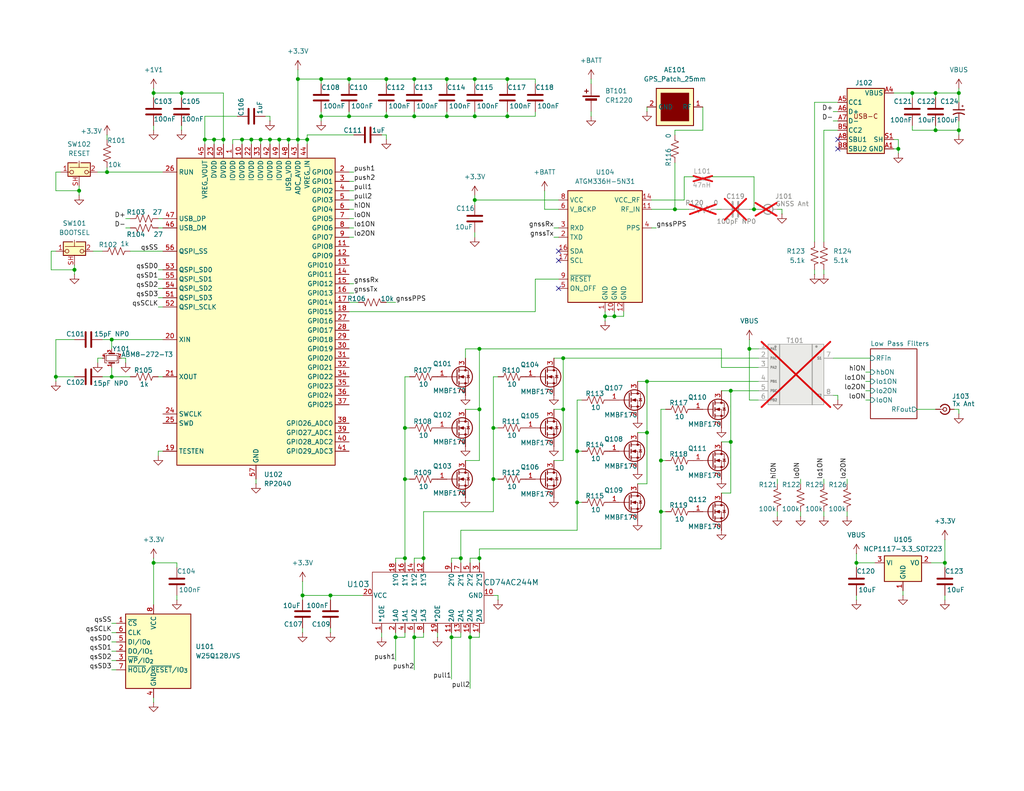
<source format=kicad_sch>
(kicad_sch (version 20250114) (generator "eeschema") (generator_version "9.0")
  (paper "USLetter")
  (title_block (title "WSPR Ease") (date "2025-11-24") (company "WB7NAB"))
  (junction (at 138.43 21.59))
  (junction (at 41.91 25.4))
  (junction (at 176.53 104.14))
  (junction (at 68.58 38.1))
  (junction (at 199.39 120.65))
  (junction (at 125.73 152.4))
  (junction (at 204.47 95.25))
  (junction (at 20.32 73.66))
  (junction (at 129.54 21.59))
  (junction (at 233.68 153.67))
  (junction (at 95.25 21.59))
  (junction (at 81.28 38.1))
  (junction (at 55.88 38.1))
  (junction (at 261.62 25.4))
  (junction (at 180.34 125.73))
  (junction (at 115.57 152.4))
  (junction (at 180.34 139.7))
  (junction (at 130.81 152.4))
  (junction (at 113.03 21.59))
  (junction (at 81.28 21.59))
  (junction (at 30.48 102.87))
  (junction (at 157.48 137.16))
  (junction (at 87.63 31.75))
  (junction (at 128.27 173.99))
  (junction (at 130.81 111.76))
  (junction (at 83.82 38.1))
  (junction (at 29.21 46.99))
  (junction (at 110.49 130.81))
  (junction (at 71.12 38.1))
  (junction (at 121.92 21.59))
  (junction (at 58.42 38.1))
  (junction (at 134.62 116.84))
  (junction (at 30.48 92.71))
  (junction (at 107.95 173.99))
  (junction (at 60.96 38.1))
  (junction (at 113.03 173.99))
  (junction (at 153.67 111.76))
  (junction (at 105.41 21.59))
  (junction (at 167.64 86.36))
  (junction (at 205.74 57.15))
  (junction (at 110.49 116.84))
  (junction (at 248.92 25.4))
  (junction (at 82.55 162.56))
  (junction (at 90.17 162.56))
  (junction (at 184.15 57.15))
  (junction (at 157.48 123.19))
  (junction (at 110.49 152.4))
  (junction (at 73.66 38.1))
  (junction (at 199.39 106.68))
  (junction (at 129.54 31.75))
  (junction (at 113.03 31.75))
  (junction (at 123.19 173.99))
  (junction (at 87.63 21.59))
  (junction (at 121.92 31.75))
  (junction (at 15.24 102.87))
  (junction (at 21.59 52.07))
  (junction (at 76.2 38.1))
  (junction (at 261.62 35.56))
  (junction (at 138.43 31.75))
  (junction (at 130.81 95.25))
  (junction (at 105.41 31.75))
  (junction (at 41.91 153.67))
  (junction (at 255.27 35.56))
  (junction (at 165.1 86.36))
  (junction (at 245.11 40.64))
  (junction (at 95.25 31.75))
  (junction (at 257.81 153.67))
  (junction (at 78.74 38.1))
  (junction (at 66.04 38.1))
  (junction (at 129.54 54.61))
  (junction (at 49.53 25.4))
  (junction (at 255.27 25.4))
  (junction (at 134.62 130.81))
  (junction (at 153.67 97.79))
  (junction (at 176.53 118.11))
  (no_connect (at 228.6 40.64))
  (no_connect (at 152.4 68.58))
  (no_connect (at 152.4 78.74))
  (no_connect (at 152.4 71.12))
  (no_connect (at 228.6 38.1))
  (wire (pts (xy 184.15 35.56) (xy 184.15 36.83)))
  (wire (pts (xy 236.22 104.14) (xy 237.49 104.14)))
  (wire (pts (xy 161.29 30.48) (xy 161.29 31.75)))
  (wire (pts (xy 138.43 31.75) (xy 146.05 31.75)))
  (wire (pts (xy 15.24 102.87) (xy 20.32 102.87)))
  (wire (pts (xy 173.99 104.14) (xy 176.53 104.14)))
  (wire (pts (xy 48.26 162.56) (xy 48.26 163.83)))
  (wire (pts (xy 218.44 130.81) (xy 218.44 132.08)))
  (wire (pts (xy 34.29 97.79) (xy 34.29 99.06)))
  (wire (pts (xy 212.09 130.81) (xy 212.09 132.08)))
  (wire (pts (xy 261.62 24.13) (xy 261.62 25.4)))
  (wire (pts (xy 113.03 21.59) (xy 121.92 21.59)))
  (wire (pts (xy 158.75 109.22) (xy 157.48 109.22)))
  (wire (pts (xy 196.85 120.65) (xy 199.39 120.65)))
  (wire (pts (xy 157.48 123.19) (xy 158.75 123.19)))
  (wire (pts (xy 224.79 73.66) (xy 224.79 74.93)))
  (wire (pts (xy 110.49 102.87) (xy 110.49 116.84)))
  (wire (pts (xy 231.14 130.81) (xy 231.14 132.08)))
  (wire (pts (xy 121.92 30.48) (xy 121.92 31.75)))
  (wire (pts (xy 73.66 38.1) (xy 73.66 39.37)))
  (wire (pts (xy 95.25 77.47) (xy 96.52 77.47)))
  (wire (pts (xy 95.25 46.99) (xy 96.52 46.99)))
  (wire (pts (xy 165.1 85.09) (xy 165.1 86.36)))
  (wire (pts (xy 261.62 111.76) (xy 261.62 113.03)))
  (wire (pts (xy 105.41 30.48) (xy 105.41 31.75)))
  (wire (pts (xy 245.11 40.64) (xy 245.11 41.91)))
  (wire (pts (xy 130.81 153.67) (xy 130.81 152.4)))
  (wire (pts (xy 199.39 106.68) (xy 199.39 120.65)))
  (wire (pts (xy 236.22 106.68) (xy 237.49 106.68)))
  (wire (pts (xy 87.63 21.59) (xy 87.63 22.86)))
  (wire (pts (xy 130.81 152.4) (xy 128.27 152.4)))
  (wire (pts (xy 250.19 111.76) (xy 255.27 111.76)))
  (wire (pts (xy 78.74 38.1) (xy 78.74 39.37)))
  (wire (pts (xy 60.96 25.4) (xy 60.96 38.1)))
  (wire (pts (xy 186.69 54.61) (xy 177.8 54.61)))
  (wire (pts (xy 173.99 118.11) (xy 176.53 118.11)))
  (wire (pts (xy 233.68 151.13) (xy 233.68 153.67)))
  (wire (pts (xy 151.13 125.73) (xy 153.67 125.73)))
  (wire (pts (xy 63.5 39.37) (xy 63.5 38.1)))
  (wire (pts (xy 43.18 123.19) (xy 44.45 123.19)))
  (wire (pts (xy 135.89 102.87) (xy 134.62 102.87)))
  (wire (pts (xy 41.91 24.13) (xy 41.91 25.4)))
  (wire (pts (xy 180.34 125.73) (xy 181.61 125.73)))
  (wire (pts (xy 30.48 95.25) (xy 30.48 92.71)))
  (wire (pts (xy 129.54 63.5) (xy 129.54 64.77)))
  (wire (pts (xy 243.84 40.64) (xy 245.11 40.64)))
  (wire (pts (xy 13.97 73.66) (xy 20.32 73.66)))
  (wire (pts (xy 180.34 149.86) (xy 130.81 149.86)))
  (wire (pts (xy 129.54 55.88) (xy 129.54 54.61)))
  (wire (pts (xy 49.53 34.29) (xy 49.53 35.56)))
  (wire (pts (xy 204.47 95.25) (xy 204.47 109.22)))
  (wire (pts (xy 76.2 38.1) (xy 76.2 39.37)))
  (wire (pts (xy 30.48 92.71) (xy 44.45 92.71)))
  (wire (pts (xy 43.18 78.74) (xy 44.45 78.74)))
  (wire (pts (xy 129.54 53.34) (xy 129.54 54.61)))
  (wire (pts (xy 82.55 158.75) (xy 82.55 162.56)))
  (wire (pts (xy 110.49 102.87) (xy 111.76 102.87)))
  (wire (pts (xy 180.34 125.73) (xy 180.34 139.7)))
  (wire (pts (xy 95.25 21.59) (xy 105.41 21.59)))
  (wire (pts (xy 157.48 123.19) (xy 157.48 137.16)))
  (wire (pts (xy 82.55 171.45) (xy 82.55 172.72)))
  (wire (pts (xy 157.48 109.22) (xy 157.48 123.19)))
  (wire (pts (xy 228.6 107.95) (xy 227.33 107.95)))
  (wire (pts (xy 205.74 57.15) (xy 207.01 57.15)))
  (wire (pts (xy 224.79 35.56) (xy 228.6 35.56)))
  (wire (pts (xy 125.73 172.72) (xy 125.73 173.99)))
  (wire (pts (xy 30.48 102.87) (xy 35.56 102.87)))
  (wire (pts (xy 227.33 30.48) (xy 228.6 30.48)))
  (wire (pts (xy 207.01 100.33) (xy 196.85 100.33)))
  (wire (pts (xy 130.81 111.76) (xy 130.81 125.73)))
  (wire (pts (xy 30.48 100.33) (xy 30.48 102.87)))
  (wire (pts (xy 105.41 21.59) (xy 105.41 22.86)))
  (wire (pts (xy 43.18 73.66) (xy 44.45 73.66)))
  (wire (pts (xy 110.49 130.81) (xy 110.49 152.4)))
  (wire (pts (xy 30.48 182.88) (xy 31.75 182.88)))
  (wire (pts (xy 227.33 33.02) (xy 228.6 33.02)))
  (wire (pts (xy 41.91 153.67) (xy 41.91 165.1)))
  (wire (pts (xy 233.68 154.94) (xy 233.68 153.67)))
  (wire (pts (xy 123.19 173.99) (xy 123.19 172.72)))
  (wire (pts (xy 26.67 97.79) (xy 26.67 99.06)))
  (wire (pts (xy 146.05 76.2) (xy 152.4 76.2)))
  (wire (pts (xy 43.18 81.28) (xy 44.45 81.28)))
  (wire (pts (xy 110.49 153.67) (xy 110.49 152.4)))
  (wire (pts (xy 212.09 139.7) (xy 212.09 140.97)))
  (wire (pts (xy 95.25 30.48) (xy 95.25 31.75)))
  (wire (pts (xy 151.13 97.79) (xy 153.67 97.79)))
  (wire (pts (xy 71.12 38.1) (xy 68.58 38.1)))
  (wire (pts (xy 212.09 57.15) (xy 213.36 57.15)))
  (wire (pts (xy 95.25 62.23) (xy 96.52 62.23)))
  (wire (pts (xy 260.35 111.76) (xy 261.62 111.76)))
  (wire (pts (xy 105.41 21.59) (xy 113.03 21.59)))
  (wire (pts (xy 134.62 139.7) (xy 115.57 139.7)))
  (wire (pts (xy 254 153.67) (xy 257.81 153.67)))
  (wire (pts (xy 184.15 44.45) (xy 184.15 57.15)))
  (wire (pts (xy 104.14 36.83) (xy 105.41 36.83)))
  (wire (pts (xy 66.04 38.1) (xy 66.04 39.37)))
  (wire (pts (xy 110.49 130.81) (xy 111.76 130.81)))
  (wire (pts (xy 113.03 31.75) (xy 121.92 31.75)))
  (wire (pts (xy 138.43 30.48) (xy 138.43 31.75)))
  (wire (pts (xy 20.32 92.71) (xy 15.24 92.71)))
  (wire (pts (xy 176.53 29.21) (xy 176.53 30.48)))
  (wire (pts (xy 207.01 104.14) (xy 176.53 104.14)))
  (wire (pts (xy 41.91 153.67) (xy 48.26 153.67)))
  (wire (pts (xy 41.91 25.4) (xy 41.91 26.67)))
  (wire (pts (xy 196.85 106.68) (xy 199.39 106.68)))
  (wire (pts (xy 167.64 85.09) (xy 167.64 86.36)))
  (wire (pts (xy 55.88 38.1) (xy 55.88 39.37)))
  (wire (pts (xy 157.48 144.78) (xy 125.73 144.78)))
  (wire (pts (xy 29.21 46.99) (xy 44.45 46.99)))
  (wire (pts (xy 135.89 162.56) (xy 134.62 162.56)))
  (wire (pts (xy 69.85 130.81) (xy 69.85 132.08)))
  (wire (pts (xy 129.54 31.75) (xy 138.43 31.75)))
  (wire (pts (xy 90.17 162.56) (xy 90.17 163.83)))
  (wire (pts (xy 177.8 57.15) (xy 184.15 57.15)))
  (wire (pts (xy 129.54 30.48) (xy 129.54 31.75)))
  (wire (pts (xy 95.25 80.01) (xy 96.52 80.01)))
  (wire (pts (xy 104.14 172.72) (xy 104.14 173.99)))
  (wire (pts (xy 191.77 35.56) (xy 191.77 29.21)))
  (wire (pts (xy 15.24 102.87) (xy 15.24 104.14)))
  (wire (pts (xy 41.91 34.29) (xy 41.91 35.56)))
  (wire (pts (xy 165.1 86.36) (xy 165.1 87.63)))
  (wire (pts (xy 95.25 31.75) (xy 105.41 31.75)))
  (wire (pts (xy 127 111.76) (xy 130.81 111.76)))
  (wire (pts (xy 161.29 21.59) (xy 161.29 22.86)))
  (wire (pts (xy 95.25 82.55) (xy 97.79 82.55)))
  (wire (pts (xy 186.69 54.61) (xy 186.69 48.26)))
  (wire (pts (xy 130.81 95.25) (xy 130.81 111.76)))
  (wire (pts (xy 15.24 92.71) (xy 15.24 102.87)))
  (wire (pts (xy 95.25 57.15) (xy 96.52 57.15)))
  (wire (pts (xy 123.19 152.4) (xy 123.19 153.67)))
  (wire (pts (xy 204.47 57.15) (xy 205.74 57.15)))
  (wire (pts (xy 78.74 38.1) (xy 81.28 38.1)))
  (wire (pts (xy 41.91 190.5) (xy 41.91 191.77)))
  (wire (pts (xy 134.62 130.81) (xy 135.89 130.81)))
  (wire (pts (xy 135.89 163.83) (xy 135.89 162.56)))
  (wire (pts (xy 30.48 170.18) (xy 31.75 170.18)))
  (wire (pts (xy 87.63 31.75) (xy 95.25 31.75)))
  (wire (pts (xy 123.19 185.42) (xy 123.19 173.99)))
  (wire (pts (xy 196.85 134.62) (xy 199.39 134.62)))
  (wire (pts (xy 87.63 31.75) (xy 87.63 33.02)))
  (wire (pts (xy 113.03 21.59) (xy 113.03 22.86)))
  (wire (pts (xy 90.17 162.56) (xy 99.06 162.56)))
  (wire (pts (xy 27.94 97.79) (xy 26.67 97.79)))
  (wire (pts (xy 194.31 48.26) (xy 205.74 48.26)))
  (wire (pts (xy 125.73 153.67) (xy 125.73 152.4)))
  (wire (pts (xy 153.67 97.79) (xy 207.01 97.79)))
  (wire (pts (xy 115.57 139.7) (xy 115.57 152.4)))
  (wire (pts (xy 115.57 153.67) (xy 115.57 152.4)))
  (wire (pts (xy 204.47 92.71) (xy 204.47 95.25)))
  (wire (pts (xy 146.05 30.48) (xy 146.05 31.75)))
  (wire (pts (xy 113.03 30.48) (xy 113.03 31.75)))
  (wire (pts (xy 255.27 35.56) (xy 248.92 35.56)))
  (wire (pts (xy 20.32 72.39) (xy 20.32 73.66)))
  (wire (pts (xy 26.67 46.99) (xy 29.21 46.99)))
  (wire (pts (xy 153.67 97.79) (xy 153.67 111.76)))
  (wire (pts (xy 261.62 27.94) (xy 261.62 25.4)))
  (wire (pts (xy 33.02 97.79) (xy 34.29 97.79)))
  (wire (pts (xy 129.54 21.59) (xy 138.43 21.59)))
  (wire (pts (xy 110.49 116.84) (xy 111.76 116.84)))
  (wire (pts (xy 71.12 38.1) (xy 71.12 39.37)))
  (wire (pts (xy 95.25 59.69) (xy 96.52 59.69)))
  (wire (pts (xy 261.62 35.56) (xy 261.62 36.83)))
  (wire (pts (xy 43.18 124.46) (xy 43.18 123.19)))
  (wire (pts (xy 146.05 21.59) (xy 146.05 22.86)))
  (wire (pts (xy 30.48 180.34) (xy 31.75 180.34)))
  (wire (pts (xy 248.92 34.29) (xy 248.92 35.56)))
  (wire (pts (xy 34.29 59.69) (xy 35.56 59.69)))
  (wire (pts (xy 157.48 137.16) (xy 157.48 144.78)))
  (wire (pts (xy 113.03 182.88) (xy 113.03 173.99)))
  (wire (pts (xy 49.53 25.4) (xy 41.91 25.4)))
  (wire (pts (xy 218.44 139.7) (xy 218.44 140.97)))
  (wire (pts (xy 261.62 33.02) (xy 261.62 35.56)))
  (wire (pts (xy 255.27 26.67) (xy 255.27 25.4)))
  (wire (pts (xy 151.13 62.23) (xy 152.4 62.23)))
  (wire (pts (xy 176.53 104.14) (xy 176.53 118.11)))
  (wire (pts (xy 207.01 109.22) (xy 204.47 109.22)))
  (wire (pts (xy 227.33 97.79) (xy 237.49 97.79)))
  (wire (pts (xy 167.64 86.36) (xy 165.1 86.36)))
  (wire (pts (xy 181.61 139.7) (xy 180.34 139.7)))
  (wire (pts (xy 105.41 36.83) (xy 105.41 38.1)))
  (wire (pts (xy 153.67 111.76) (xy 153.67 125.73)))
  (wire (pts (xy 176.53 118.11) (xy 176.53 132.08)))
  (wire (pts (xy 127 95.25) (xy 130.81 95.25)))
  (wire (pts (xy 113.03 173.99) (xy 113.03 172.72)))
  (wire (pts (xy 245.11 38.1) (xy 245.11 40.64)))
  (wire (pts (xy 107.95 152.4) (xy 107.95 153.67)))
  (wire (pts (xy 58.42 38.1) (xy 58.42 39.37)))
  (wire (pts (xy 20.32 73.66) (xy 20.32 74.93)))
  (wire (pts (xy 180.34 111.76) (xy 180.34 125.73)))
  (wire (pts (xy 170.18 86.36) (xy 167.64 86.36)))
  (wire (pts (xy 129.54 21.59) (xy 129.54 22.86)))
  (wire (pts (xy 115.57 152.4) (xy 113.03 152.4)))
  (wire (pts (xy 134.62 116.84) (xy 135.89 116.84)))
  (wire (pts (xy 130.81 149.86) (xy 130.81 152.4)))
  (wire (pts (xy 127 95.25) (xy 127 97.79)))
  (wire (pts (xy 138.43 21.59) (xy 146.05 21.59)))
  (wire (pts (xy 255.27 25.4) (xy 248.92 25.4)))
  (wire (pts (xy 64.77 31.75) (xy 55.88 31.75)))
  (wire (pts (xy 43.18 62.23) (xy 44.45 62.23)))
  (wire (pts (xy 130.81 95.25) (xy 196.85 95.25)))
  (wire (pts (xy 90.17 171.45) (xy 90.17 172.72)))
  (wire (pts (xy 248.92 25.4) (xy 248.92 26.67)))
  (wire (pts (xy 134.62 116.84) (xy 134.62 130.81)))
  (wire (pts (xy 257.81 147.32) (xy 257.81 153.67)))
  (wire (pts (xy 213.36 57.15) (xy 213.36 58.42)))
  (wire (pts (xy 27.94 92.71) (xy 30.48 92.71)))
  (wire (pts (xy 27.94 102.87) (xy 30.48 102.87)))
  (wire (pts (xy 148.59 57.15) (xy 152.4 57.15)))
  (wire (pts (xy 121.92 31.75) (xy 129.54 31.75)))
  (wire (pts (xy 83.82 36.83) (xy 83.82 38.1)))
  (wire (pts (xy 255.27 35.56) (xy 261.62 35.56)))
  (wire (pts (xy 87.63 21.59) (xy 95.25 21.59)))
  (wire (pts (xy 125.73 144.78) (xy 125.73 152.4)))
  (wire (pts (xy 157.48 137.16) (xy 158.75 137.16)))
  (wire (pts (xy 105.41 82.55) (xy 107.95 82.55)))
  (wire (pts (xy 255.27 34.29) (xy 255.27 35.56)))
  (wire (pts (xy 121.92 21.59) (xy 121.92 22.86)))
  (wire (pts (xy 95.25 21.59) (xy 95.25 22.86)))
  (wire (pts (xy 76.2 38.1) (xy 73.66 38.1)))
  (wire (pts (xy 110.49 116.84) (xy 110.49 130.81)))
  (wire (pts (xy 43.18 76.2) (xy 44.45 76.2)))
  (wire (pts (xy 186.69 48.26) (xy 189.23 48.26)))
  (wire (pts (xy 30.48 177.8) (xy 31.75 177.8)))
  (wire (pts (xy 243.84 25.4) (xy 248.92 25.4)))
  (wire (pts (xy 72.39 31.75) (xy 73.66 31.75)))
  (wire (pts (xy 95.25 52.07) (xy 96.52 52.07)))
  (wire (pts (xy 43.18 59.69) (xy 44.45 59.69)))
  (wire (pts (xy 81.28 38.1) (xy 83.82 38.1)))
  (wire (pts (xy 177.8 62.23) (xy 179.07 62.23)))
  (wire (pts (xy 41.91 152.4) (xy 41.91 153.67)))
  (wire (pts (xy 35.56 68.58) (xy 44.45 68.58)))
  (wire (pts (xy 138.43 21.59) (xy 138.43 22.86)))
  (wire (pts (xy 60.96 39.37) (xy 60.96 38.1)))
  (wire (pts (xy 130.81 172.72) (xy 130.81 173.99)))
  (wire (pts (xy 95.25 64.77) (xy 96.52 64.77)))
  (wire (pts (xy 83.82 36.83) (xy 96.52 36.83)))
  (wire (pts (xy 16.51 46.99) (xy 15.24 46.99)))
  (wire (pts (xy 76.2 38.1) (xy 78.74 38.1)))
  (wire (pts (xy 196.85 100.33) (xy 196.85 95.25)))
  (wire (pts (xy 29.21 36.83) (xy 29.21 38.1)))
  (wire (pts (xy 181.61 111.76) (xy 180.34 111.76)))
  (wire (pts (xy 55.88 31.75) (xy 55.88 38.1)))
  (wire (pts (xy 110.49 173.99) (xy 107.95 173.99)))
  (wire (pts (xy 107.95 180.34) (xy 107.95 173.99)))
  (wire (pts (xy 95.25 54.61) (xy 96.52 54.61)))
  (wire (pts (xy 43.18 102.87) (xy 44.45 102.87)))
  (wire (pts (xy 236.22 101.6) (xy 237.49 101.6)))
  (wire (pts (xy 151.13 111.76) (xy 153.67 111.76)))
  (wire (pts (xy 236.22 109.22) (xy 237.49 109.22)))
  (wire (pts (xy 148.59 52.07) (xy 148.59 57.15)))
  (wire (pts (xy 21.59 52.07) (xy 21.59 53.34)))
  (wire (pts (xy 49.53 26.67) (xy 49.53 25.4)))
  (wire (pts (xy 21.59 50.8) (xy 21.59 52.07)))
  (wire (pts (xy 224.79 35.56) (xy 224.79 66.04)))
  (wire (pts (xy 204.47 95.25) (xy 207.01 95.25)))
  (wire (pts (xy 66.04 38.1) (xy 68.58 38.1)))
  (wire (pts (xy 231.14 139.7) (xy 231.14 140.97)))
  (wire (pts (xy 81.28 38.1) (xy 81.28 39.37)))
  (wire (pts (xy 128.27 173.99) (xy 128.27 172.72)))
  (wire (pts (xy 224.79 139.7) (xy 224.79 140.97)))
  (wire (pts (xy 257.81 162.56) (xy 257.81 163.83)))
  (wire (pts (xy 243.84 38.1) (xy 245.11 38.1)))
  (wire (pts (xy 184.15 35.56) (xy 191.77 35.56)))
  (wire (pts (xy 63.5 38.1) (xy 66.04 38.1)))
  (wire (pts (xy 30.48 175.26) (xy 31.75 175.26)))
  (wire (pts (xy 119.38 172.72) (xy 119.38 173.99)))
  (wire (pts (xy 34.29 62.23) (xy 35.56 62.23)))
  (wire (pts (xy 125.73 173.99) (xy 123.19 173.99)))
  (wire (pts (xy 73.66 31.75) (xy 73.66 33.02)))
  (wire (pts (xy 222.25 73.66) (xy 222.25 74.93)))
  (wire (pts (xy 15.24 52.07) (xy 21.59 52.07)))
  (wire (pts (xy 83.82 38.1) (xy 83.82 39.37)))
  (wire (pts (xy 127 125.73) (xy 130.81 125.73)))
  (wire (pts (xy 184.15 57.15) (xy 187.96 57.15)))
  (wire (pts (xy 233.68 153.67) (xy 238.76 153.67)))
  (wire (pts (xy 199.39 106.68) (xy 207.01 106.68)))
  (wire (pts (xy 95.25 49.53) (xy 96.52 49.53)))
  (wire (pts (xy 81.28 21.59) (xy 81.28 38.1)))
  (wire (pts (xy 15.24 68.58) (xy 13.97 68.58)))
  (wire (pts (xy 257.81 153.67) (xy 257.81 154.94)))
  (wire (pts (xy 55.88 38.1) (xy 58.42 38.1)))
  (wire (pts (xy 13.97 68.58) (xy 13.97 73.66)))
  (wire (pts (xy 15.24 46.99) (xy 15.24 52.07)))
  (wire (pts (xy 180.34 139.7) (xy 180.34 149.86)))
  (wire (pts (xy 30.48 172.72) (xy 31.75 172.72)))
  (wire (pts (xy 121.92 21.59) (xy 129.54 21.59)))
  (wire (pts (xy 110.49 172.72) (xy 110.49 173.99)))
  (wire (pts (xy 151.13 64.77) (xy 152.4 64.77)))
  (wire (pts (xy 29.21 45.72) (xy 29.21 46.99)))
  (wire (pts (xy 228.6 27.94) (xy 222.25 27.94)))
  (wire (pts (xy 128.27 187.96) (xy 128.27 173.99)))
  (wire (pts (xy 81.28 21.59) (xy 87.63 21.59)))
  (wire (pts (xy 128.27 152.4) (xy 128.27 153.67)))
  (wire (pts (xy 48.26 153.67) (xy 48.26 154.94)))
  (wire (pts (xy 95.25 85.09) (xy 146.05 85.09)))
  (wire (pts (xy 105.41 31.75) (xy 113.03 31.75)))
  (wire (pts (xy 81.28 19.05) (xy 81.28 21.59)))
  (wire (pts (xy 246.38 161.29) (xy 246.38 162.56)))
  (wire (pts (xy 222.25 27.94) (xy 222.25 66.04)))
  (wire (pts (xy 73.66 38.1) (xy 71.12 38.1)))
  (wire (pts (xy 125.73 152.4) (xy 123.19 152.4)))
  (wire (pts (xy 107.95 173.99) (xy 107.95 172.72)))
  (wire (pts (xy 170.18 85.09) (xy 170.18 86.36)))
  (wire (pts (xy 115.57 173.99) (xy 113.03 173.99)))
  (wire (pts (xy 255.27 25.4) (xy 261.62 25.4)))
  (wire (pts (xy 146.05 85.09) (xy 146.05 76.2)))
  (wire (pts (xy 195.58 57.15) (xy 196.85 57.15)))
  (wire (pts (xy 115.57 172.72) (xy 115.57 173.99)))
  (wire (pts (xy 173.99 132.08) (xy 176.53 132.08)))
  (wire (pts (xy 205.74 48.26) (xy 205.74 57.15)))
  (wire (pts (xy 82.55 162.56) (xy 90.17 162.56)))
  (wire (pts (xy 134.62 130.81) (xy 134.62 139.7)))
  (wire (pts (xy 43.18 83.82) (xy 44.45 83.82)))
  (wire (pts (xy 233.68 162.56) (xy 233.68 163.83)))
  (wire (pts (xy 25.4 68.58) (xy 27.94 68.58)))
  (wire (pts (xy 129.54 54.61) (xy 152.4 54.61)))
  (wire (pts (xy 228.6 107.95) (xy 228.6 109.22)))
  (wire (pts (xy 134.62 102.87) (xy 134.62 116.84)))
  (wire (pts (xy 87.63 30.48) (xy 87.63 31.75)))
  (wire (pts (xy 113.03 152.4) (xy 113.03 153.67)))
  (wire (pts (xy 82.55 162.56) (xy 82.55 163.83)))
  (wire (pts (xy 49.53 25.4) (xy 60.96 25.4)))
  (wire (pts (xy 128.27 173.99) (xy 130.81 173.99)))
  (wire (pts (xy 110.49 152.4) (xy 107.95 152.4)))
  (wire (pts (xy 199.39 120.65) (xy 199.39 134.62)))
  (wire (pts (xy 60.96 38.1) (xy 58.42 38.1)))
  (wire (pts (xy 68.58 38.1) (xy 68.58 39.37)))
  (wire (pts (xy 224.79 130.81) (xy 224.79 132.08)))
  (label "hiON" (at 236.22 101.6 180))
  (label "qsSD3" (at 43.18 81.28 180))
  (label "lo2ON" (at 96.52 64.77 0))
  (label "gnssRx" (at 151.13 62.23 180))
  (label "gnssPPS" (at 107.95 82.55 0))
  (label "lo1ON" (at 96.52 62.23 0))
  (label "qsSS" (at 43.18 68.58 180))
  (label "gnssTx" (at 96.52 80.01 0))
  (label "qsSD0" (at 30.48 175.26 180))
  (label "loON" (at 236.22 109.22 180))
  (label "qsSD1" (at 30.48 177.8 180))
  (label "D+" (at 227.33 30.48 180))
  (label "qsSD2" (at 30.48 180.34 180))
  (label "qsSD3" (at 30.48 182.88 180))
  (label "push2" (at 96.52 49.53 0))
  (label "lo1ON" (at 236.22 104.14 180))
  (label "lo2ON" (at 231.14 130.81 90))
  (label "pull2" (at 96.52 54.61 0))
  (label "hiON" (at 212.09 130.81 90))
  (label "gnssRx" (at 96.52 77.47 0))
  (label "D+" (at 34.29 59.69 180))
  (label "loON" (at 218.44 130.81 90))
  (label "pull1" (at 123.19 185.42 180))
  (label "gnssTx" (at 151.13 64.77 180))
  (label "D-" (at 227.33 33.02 180))
  (label "gnssPPS" (at 179.07 62.23 0))
  (label "hiON" (at 96.52 57.15 0))
  (label "pull1" (at 96.52 52.07 0))
  (label "loON" (at 96.52 59.69 0))
  (label "pull2" (at 128.27 187.96 180))
  (label "qsSCLK" (at 30.48 172.72 180))
  (label "qsSCLK" (at 43.18 83.82 180))
  (label "push1" (at 96.52 46.99 0))
  (label "lo2ON" (at 236.22 106.68 180))
  (label "qsSD0" (at 43.18 73.66 180))
  (label "lo1ON" (at 224.79 130.81 90))
  (label "push2" (at 113.03 182.88 180))
  (label "push1" (at 107.95 180.34 180))
  (label "qsSS" (at 30.48 170.18 180))
  (label "qsSD1" (at 43.18 76.2 180))
  (label "D-" (at 34.29 62.23 180))
  (label "qsSD2" (at 43.18 78.74 180))
  (symbol (lib_id "power:GND") (at 218.44 140.97 0) (unit 1)
    (property "Reference" "#PWR0147" (effects (hide yes)))
    (property "Value" "GND" (effects (hide yes)))
    (property "Description" "Power symbol creates a global label with name \"GND\" , ground" (effects (hide yes)))
  )
  (symbol (lib_id "power:GND") (at 127 107.95 0) (unit 1)
    (property "Reference" "#PWR0124" (effects (hide yes)))
    (property "Value" "GND" (effects (hide yes)))
    (property "Description" "Power symbol creates a global label with name \"GND\" , ground" (effects (hide yes)))
  )
  (symbol (lib_id "power:GND") (at 151.13 135.89 0) (unit 1)
    (property "Reference" "#PWR0133" (effects (hide yes)))
    (property "Value" "GND" (effects (hide yes)))
    (property "Description" "Power symbol creates a global label with name \"GND\" , ground" (effects (hide yes)))
  )
  (symbol (lib_id "power:GND") (at 73.66 33.02 0) (unit 1)
    (property "Reference" "#PWR0115" (effects (hide yes)))
    (property "Value" "GND" (effects (hide yes)))
    (property "Description" "Power symbol creates a global label with name \"GND\" , ground" (effects (hide yes)))
  )
  (symbol (lib_id "power:GND") (at 34.29 99.06 0) (unit 1)
    (property "Reference" "#PWR0106" (effects (hide yes)))
    (property "Value" "GND" (effects (hide yes)))
    (property "Description" "Power symbol creates a global label with name \"GND\" , ground" (effects (hide yes)))
  )
  (symbol (lib_id "Transistor_FET:BS170F") (at 124.46 102.87 0) (unit 1)
    (property "Reference" "Q101" (at 118.11 99.314 0) (effects (justify left)))
    (property "Value" "MMBF170" (at 118.11 106.68 0) (effects (justify left)))
    (property "Footprint" "Package_TO_SOT_SMD:SOT-23" (effects (hide yes)))
    (property "Datasheet" "http://www.diodes.com/assets/Datasheets/BS170F.pdf" (effects (hide yes)))
    (property "Description" "0.15A Id, 60V Vds, N-Channel MOSFET, SOT-23" (effects (hide yes)))
  )
  (symbol (lib_id "Device:R_US") (at 139.7 130.81 90) (unit 1)
    (property "Reference" "R112" (at 139.446 129.032 90))
    (property "Value" "10" (at 139.7 132.842 90))
    (property "Footprint" "Resistor_SMD:R_0603_1608Metric" (effects (hide yes)))
    (property "Description" "Resistor, US symbol" (effects (hide yes)))
  )
  (symbol (lib_id "power:GND") (at 245.11 41.91 0) (unit 1)
    (property "Reference" "#PWR0155" (effects (hide yes)))
    (property "Value" "GND" (effects (hide yes)))
    (property "Description" "Power symbol creates a global label with name \"GND\" , ground" (effects (hide yes)))
  )
  (symbol (lib_id "power:GND") (at 257.81 163.83 0) (unit 1)
    (property "Reference" "#PWR0158" (effects (hide yes)))
    (property "Value" "GND" (effects (hide yes)))
    (property "Description" "Power symbol creates a global label with name \"GND\" , ground" (effects (hide yes)))
  )
  (symbol (lib_id "Device:R_US") (at 139.7 116.84 90) (unit 1)
    (property "Reference" "R111" (at 139.446 115.062 90))
    (property "Value" "10" (at 139.7 118.872 90))
    (property "Footprint" "Resistor_SMD:R_0603_1608Metric" (effects (hide yes)))
    (property "Description" "Resistor, US symbol" (effects (hide yes)))
  )
  (symbol (lib_id "power:GND") (at 135.89 163.83 0) (unit 1)
    (property "Reference" "#PWR0129" (effects (hide yes)))
    (property "Value" "GND" (effects (hide yes)))
    (property "Description" "Power symbol creates a global label with name \"GND\" , ground" (effects (hide yes)))
  )
  (symbol (lib_id "Device:R_US") (at 115.57 116.84 90) (unit 1)
    (property "Reference" "R108" (at 115.316 115.062 90))
    (property "Value" "10" (at 115.57 118.872 90))
    (property "Footprint" "Resistor_SMD:R_0603_1608Metric" (effects (hide yes)))
    (property "Description" "Resistor, US symbol" (effects (hide yes)))
  )
  (symbol (lib_id "Device:C") (at 90.17 167.64 180) (unit 1)
    (property "Reference" "C109" (at 90.17 170.434 0) (effects (justify left)))
    (property "Value" "100nF" (at 89.662 165.354 0) (effects (justify left)))
    (property "Footprint" "Capacitor_SMD:C_0603_1608Metric" (effects (hide yes)))
    (property "Description" "Unpolarized capacitor" (effects (hide yes)))
  )
  (symbol (lib_id "power:GND") (at 228.6 109.22 0) (unit 1)
    (property "Reference" "#PWR0151" (effects (hide yes)))
    (property "Value" "GND" (effects (hide yes)))
    (property "Description" "Power symbol creates a global label with name \"GND\" , ground" (effects (hide yes)))
  )
  (symbol (lib_id "power:GND") (at 213.36 58.42 0) (unit 1)
    (property "Reference" "#PWR0146" (effects (hide yes)))
    (property "Value" "GND" (effects (hide yes)))
    (property "Description" "Power symbol creates a global label with name \"GND\" , ground" (effects (hide yes)))
  )
  (symbol (lib_id "Switch:CK_KMS2xxG") (at 21.59 46.99 0) (unit 1)
    (property "Reference" "SW102" (at 21.59 39.37 0))
    (property "Value" "RESET" (at 21.59 41.91 0))
    (property "Footprint" "Button_Switch_SMD:SW_SPST_CK_KMS2xxGP" (effects (hide yes)))
    (property "Datasheet" "https://www.ckswitches.com/media/1482/kms.pdf" (effects (hide yes)))
    (property "Description" "Microminiature SMT Side Actuated, 4.2 x 2.8 x 1.42mm, without pegs, with shield pin" (effects (hide yes)))
  )
  (symbol (lib_id "power:GND") (at 82.55 172.72 0) (unit 1)
    (property "Reference" "#PWR0118" (effects (hide yes)))
    (property "Value" "GND" (effects (hide yes)))
    (property "Description" "Power symbol creates a global label with name \"GND\" , ground" (effects (hide yes)))
  )
  (symbol (lib_id "power:GND") (at 224.79 140.97 0) (unit 1)
    (property "Reference" "#PWR0150" (effects (hide yes)))
    (property "Value" "GND" (effects (hide yes)))
    (property "Description" "Power symbol creates a global label with name \"GND\" , ground" (effects (hide yes)))
  )
  (symbol (lib_id "Device:C") (at 248.92 30.48 0) (mirror y) (unit 1)
    (property "Reference" "C121" (at 248.92 27.686 0) (effects (justify left)))
    (property "Value" "100nF" (at 248.92 32.766 0) (effects (justify left)))
    (property "Footprint" "Capacitor_SMD:C_0603_1608Metric" (effects (hide yes)))
    (property "Description" "Unpolarized capacitor" (effects (hide yes)))
  )
  (symbol (lib_id "Transistor_FET:BS170F") (at 124.46 130.81 0) (unit 1)
    (property "Reference" "Q103" (at 118.11 127.254 0) (effects (justify left)))
    (property "Value" "MMBF170" (at 118.11 134.62 0) (effects (justify left)))
    (property "Footprint" "Package_TO_SOT_SMD:SOT-23" (effects (hide yes)))
    (property "Datasheet" "http://www.diodes.com/assets/Datasheets/BS170F.pdf" (effects (hide yes)))
    (property "Description" "0.15A Id, 60V Vds, N-Channel MOSFET, SOT-23" (effects (hide yes)))
  )
  (symbol (lib_id "Device:R_US") (at 39.37 62.23 90) (mirror x) (unit 1)
    (property "Reference" "R104" (at 37.084 64.008 90))
    (property "Value" "27" (at 43.18 64.008 90))
    (property "Footprint" "Resistor_SMD:R_0603_1608Metric" (effects (hide yes)))
    (property "Description" "Resistor, US symbol" (effects (hide yes)))
  )
  (symbol (lib_id "power:+3.3V") (at 29.21 36.83 0) (unit 1)
    (property "Reference" "#PWR0105" (effects (hide yes)))
    (property "Value" "+3.3V" (at 24.892 35.814 0))
    (property "Description" "Power symbol creates a global label with name \"+3.3V\"" (effects (hide yes)))
  )
  (symbol (lib_id "Device:C") (at 200.66 57.15 90) (unit 1) (dnp yes)
    (property "Reference" "C119" (at 200.66 53.594 90))
    (property "Value" "100pF NP0" (at 200.914 60.452 90))
    (property "Footprint" "Capacitor_SMD:C_0603_1608Metric" (effects (hide yes)))
    (property "Description" "Unpolarized capacitor" (effects (hide yes)))
  )
  (symbol (lib_id "Device:C") (at 146.05 26.67 0) (unit 1)
    (property "Reference" "C118" (at 146.05 23.876 0) (effects (justify left)))
    (property "Value" "100nF" (at 146.558 28.956 0) (effects (justify left)))
    (property "Footprint" "Capacitor_SMD:C_0603_1608Metric" (effects (hide yes)))
    (property "Description" "Unpolarized capacitor" (effects (hide yes)))
  )
  (symbol (lib_id "power:GND") (at 119.38 173.99 0) (unit 1)
    (property "Reference" "#PWR0123" (effects (hide yes)))
    (property "Value" "GND" (effects (hide yes)))
    (property "Description" "Power symbol creates a global label with name \"GND\" , ground" (effects (hide yes)))
  )
  (symbol (lib_id "Transistor_FET:BS170F") (at 171.45 123.19 0) (unit 1)
    (property "Reference" "Q108" (at 164.846 119.888 0) (effects (justify left)))
    (property "Value" "MMBF170" (at 164.846 127.254 0) (effects (justify left)))
    (property "Footprint" "Package_TO_SOT_SMD:SOT-23" (effects (hide yes)))
    (property "Datasheet" "http://www.diodes.com/assets/Datasheets/BS170F.pdf" (effects (hide yes)))
    (property "Description" "0.15A Id, 60V Vds, N-Channel MOSFET, SOT-23" (effects (hide yes)))
  )
  (symbol (lib_id "Device:Battery_Cell") (at 161.29 27.94 0) (mirror y) (unit 1)
    (property "Reference" "BT101" (at 165.1 24.8284 0) (effects (justify right)))
    (property "Value" "CR1220" (at 165.1 27.3684 0) (effects (justify right)))
    (property "Footprint" "Battery:Battery_Panasonic_CR1220-VCN_Vertical_CircularHoles" (effects (hide yes)))
    (property "Description" "Single-cell battery" (effects (hide yes)))
  )
  (symbol (lib_id "power:GND") (at 127 135.89 0) (unit 1)
    (property "Reference" "#PWR0126" (effects (hide yes)))
    (property "Value" "GND" (effects (hide yes)))
    (property "Description" "Power symbol creates a global label with name \"GND\" , ground" (effects (hide yes)))
  )
  (symbol (lib_id "power:GND") (at 196.85 116.84 0) (unit 1)
    (property "Reference" "#PWR0141" (effects (hide yes)))
    (property "Value" "GND" (effects (hide yes)))
    (property "Description" "Power symbol creates a global label with name \"GND\" , ground" (effects (hide yes)))
  )
  (symbol (lib_id "Library:USB_C_Receptacle_HRO_16P_Stacked") (at 236.22 33.02 0) (mirror y) (unit 1)
    (property "Reference" "J102" (at 235.712 22.606 0))
    (property "Value" "USB_C_16P_Stacked" (effects (hide yes)))
    (property "Footprint" "Library:HRO-TYPE-C-31-M-12" (effects (hide yes)))
    (property "Datasheet" "https://www.usb.org/sites/default/files/documents/usb_type-c.zip" (effects (hide yes)))
    (property "Description" "USB 2.0-only 16P Type-C Receptacle connector" (effects (hide yes)))
    (property "MFG" "Korean Hroparts" (effects (hide yes)))
    (property "MPN" "TYPE-C-31-M-12" (effects (hide yes)))
  )
  (symbol (lib_id "Device:R_US") (at 39.37 102.87 90) (unit 1)
    (property "Reference" "R105" (at 39.116 101.092 90))
    (property "Value" "1k" (at 39.37 104.902 90))
    (property "Footprint" "Resistor_SMD:R_0603_1608Metric" (effects (hide yes)))
    (property "Description" "Resistor, US symbol" (effects (hide yes)))
  )
  (symbol (lib_id "power:GND") (at 20.32 74.93 0) (unit 1)
    (property "Reference" "#PWR0102" (effects (hide yes)))
    (property "Value" "GND" (effects (hide yes)))
    (property "Description" "Power symbol creates a global label with name \"GND\" , ground" (effects (hide yes)))
  )
  (symbol (lib_id "power:GND") (at 231.14 140.97 0) (unit 1)
    (property "Reference" "#PWR0152" (effects (hide yes)))
    (property "Value" "GND" (effects (hide yes)))
    (property "Description" "Power symbol creates a global label with name \"GND\" , ground" (effects (hide yes)))
  )
  (symbol (lib_id "power:+3.3V") (at 82.55 158.75 0) (unit 1)
    (property "Reference" "#PWR0117" (effects (hide yes)))
    (property "Value" "+3.3V" (at 82.55 153.67 0))
    (property "Description" "Power symbol creates a global label with name \"+3.3V\"" (effects (hide yes)))
  )
  (symbol (lib_id "Library:ATGM336H-5N31") (at 165.1 66.04 0) (unit 1)
    (property "Reference" "U104" (at 165.1 46.99 0))
    (property "Value" "ATGM336H-5N31" (at 165.1 49.53 0))
    (property "Footprint" "RF_GPS:ublox_MAX" (effects (hide yes)))
    (property "Description" "GNSS Module" (effects (hide yes)))
    (property "MPN" "ATGM336H-5N31" (effects (hide yes)))
  )
  (symbol (lib_id "power:+1V1") (at 41.91 24.13 0) (unit 1)
    (property "Reference" "#PWR0107" (effects (hide yes)))
    (property "Value" "+1V1" (at 41.91 19.05 0))
    (property "Description" "Power symbol creates a global label with name \"+1V1\"" (effects (hide yes)))
  )
  (symbol (lib_id "power:GND") (at 212.09 140.97 0) (unit 1)
    (property "Reference" "#PWR0145" (effects (hide yes)))
    (property "Value" "GND" (effects (hide yes)))
    (property "Description" "Power symbol creates a global label with name \"GND\" , ground" (effects (hide yes)))
  )
  (symbol (lib_id "Device:C") (at 87.63 26.67 0) (unit 1)
    (property "Reference" "C108" (at 87.63 23.876 0) (effects (justify left)))
    (property "Value" "100nF" (at 88.138 28.956 0) (effects (justify left)))
    (property "Footprint" "Capacitor_SMD:C_0603_1608Metric" (effects (hide yes)))
    (property "Description" "Unpolarized capacitor" (effects (hide yes)))
  )
  (symbol (lib_id "Device:C") (at 48.26 158.75 0) (unit 1)
    (property "Reference" "C104" (at 48.26 155.956 0) (effects (justify left)))
    (property "Value" "100nF" (at 48.768 161.036 0) (effects (justify left)))
    (property "Footprint" "Capacitor_SMD:C_0603_1608Metric" (effects (hide yes)))
    (property "Description" "Unpolarized capacitor" (effects (hide yes)))
  )
  (symbol (lib_id "power:GND") (at 26.67 99.06 0) (unit 1)
    (property "Reference" "#PWR0104" (effects (hide yes)))
    (property "Value" "GND" (effects (hide yes)))
    (property "Description" "Power symbol creates a global label with name \"GND\" , ground" (effects (hide yes)))
  )
  (symbol (lib_id "Device:C") (at 24.13 102.87 90) (mirror x) (unit 1)
    (property "Reference" "C102" (at 20.574 104.394 90))
    (property "Value" "15pF NP0" (at 30.226 104.648 90))
    (property "Footprint" "Capacitor_SMD:C_0603_1608Metric" (effects (hide yes)))
    (property "Description" "Unpolarized capacitor" (effects (hide yes)))
  )
  (symbol (lib_id "power:GND") (at 104.14 173.99 0) (unit 1)
    (property "Reference" "#PWR0121" (effects (hide yes)))
    (property "Value" "GND" (effects (hide yes)))
    (property "Description" "Power symbol creates a global label with name \"GND\" , ground" (effects (hide yes)))
  )
  (symbol (lib_id "Device:R_US") (at 101.6 82.55 90) (mirror x) (unit 1)
    (property "Reference" "R106" (at 97.282 81.534 90))
    (property "Value" "10k" (at 105.664 81.534 90))
    (property "Footprint" "Resistor_SMD:R_0603_1608Metric" (effects (hide yes)))
    (property "Description" "Resistor, US symbol" (effects (hide yes)))
  )
  (symbol (lib_id "Device:R_US") (at 224.79 135.89 0) (mirror y) (unit 1)
    (property "Reference" "R125" (at 224.79 132.334 0) (effects (justify left)))
    (property "Value" "100k" (at 224.536 138.938 0) (effects (justify left)))
    (property "Footprint" "Resistor_SMD:R_0603_1608Metric" (effects (hide yes)))
    (property "Description" "Resistor, US symbol" (effects (hide yes)))
  )
  (symbol (lib_id "Transistor_FET:BS170F") (at 194.31 111.76 0) (unit 1)
    (property "Reference" "Q110" (at 187.706 108.458 0) (effects (justify left)))
    (property "Value" "MMBF170" (at 187.706 115.824 0) (effects (justify left)))
    (property "Footprint" "Package_TO_SOT_SMD:SOT-23" (effects (hide yes)))
    (property "Datasheet" "http://www.diodes.com/assets/Datasheets/BS170F.pdf" (effects (hide yes)))
    (property "Description" "0.15A Id, 60V Vds, N-Channel MOSFET, SOT-23" (effects (hide yes)))
  )
  (symbol (lib_id "Device:R_US") (at 212.09 135.89 0) (mirror y) (unit 1)
    (property "Reference" "R121" (at 212.09 132.334 0) (effects (justify left)))
    (property "Value" "100k" (at 211.836 138.938 0) (effects (justify left)))
    (property "Footprint" "Resistor_SMD:R_0603_1608Metric" (effects (hide yes)))
    (property "Description" "Resistor, US symbol" (effects (hide yes)))
  )
  (symbol (lib_id "power:GND") (at 196.85 130.81 0) (unit 1)
    (property "Reference" "#PWR0142" (effects (hide yes)))
    (property "Value" "GND" (effects (hide yes)))
    (property "Description" "Power symbol creates a global label with name \"GND\" , ground" (effects (hide yes)))
  )
  (symbol (lib_id "power:GND") (at 222.25 74.93 0) (unit 1)
    (property "Reference" "#PWR0148" (effects (hide yes)))
    (property "Value" "GND" (effects (hide yes)))
    (property "Description" "Power symbol creates a global label with name \"GND\" , ground" (effects (hide yes)))
  )
  (symbol (lib_id "power:+BATT") (at 148.59 52.07 0) (unit 1)
    (property "Reference" "#PWR0130" (effects (hide yes)))
    (property "Value" "+BATT" (at 148.59 46.99 0))
    (property "Description" "Power symbol creates a global label with name \"+BATT\"" (effects (hide yes)))
  )
  (symbol (lib_id "Device:C") (at 138.43 26.67 0) (unit 1)
    (property "Reference" "C117" (at 138.43 23.876 0) (effects (justify left)))
    (property "Value" "100nF" (at 138.938 28.956 0) (effects (justify left)))
    (property "Footprint" "Capacitor_SMD:C_0603_1608Metric" (effects (hide yes)))
    (property "Description" "Unpolarized capacitor" (effects (hide yes)))
  )
  (symbol (lib_id "Device:R_US") (at 185.42 111.76 90) (unit 1)
    (property "Reference" "R117" (at 185.166 109.982 90))
    (property "Value" "10" (at 185.42 113.792 90))
    (property "Footprint" "Resistor_SMD:R_0603_1608Metric" (effects (hide yes)))
    (property "Description" "Resistor, US symbol" (effects (hide yes)))
  )
  (symbol (lib_id "Transistor_FET:BS170F") (at 148.59 116.84 0) (unit 1)
    (property "Reference" "Q105" (at 141.986 113.538 0) (effects (justify left)))
    (property "Value" "MMBF170" (at 141.986 120.904 0) (effects (justify left)))
    (property "Footprint" "Package_TO_SOT_SMD:SOT-23" (effects (hide yes)))
    (property "Datasheet" "http://www.diodes.com/assets/Datasheets/BS170F.pdf" (effects (hide yes)))
    (property "Description" "0.15A Id, 60V Vds, N-Channel MOSFET, SOT-23" (effects (hide yes)))
  )
  (symbol (lib_id "power:GND") (at 151.13 121.92 0) (unit 1)
    (property "Reference" "#PWR0132" (effects (hide yes)))
    (property "Value" "GND" (effects (hide yes)))
    (property "Description" "Power symbol creates a global label with name \"GND\" , ground" (effects (hide yes)))
  )
  (symbol (lib_id "Connector:Conn_Coaxial_Small") (at 209.55 57.15 0) (unit 1) (dnp yes)
    (property "Reference" "J101" (at 213.868 53.594 0))
    (property "Value" "GNSS Ant" (at 216.154 55.626 0))
    (property "Footprint" "Connector_Coaxial:SMA_BAT_Wireless_BWSMA-KWE-Z001" (effects (hide yes)))
    (property "Description" "small coaxial connector (BNC, SMA, SMB, SMC, Cinch/RCA, LEMO, ...)" (effects (hide yes)))
  )
  (symbol (lib_id "Device:R_US") (at 39.37 59.69 90) (unit 1)
    (property "Reference" "R103" (at 37.084 57.912 90))
    (property "Value" "27" (at 42.926 57.912 90))
    (property "Footprint" "Resistor_SMD:R_0603_1608Metric" (effects (hide yes)))
    (property "Description" "Resistor, US symbol" (effects (hide yes)))
  )
  (symbol (lib_id "Transistor_FET:BS170F") (at 194.31 125.73 0) (unit 1)
    (property "Reference" "Q111" (at 187.706 122.428 0) (effects (justify left)))
    (property "Value" "MMBF170" (at 187.706 129.794 0) (effects (justify left)))
    (property "Footprint" "Package_TO_SOT_SMD:SOT-23" (effects (hide yes)))
    (property "Datasheet" "http://www.diodes.com/assets/Datasheets/BS170F.pdf" (effects (hide yes)))
    (property "Description" "0.15A Id, 60V Vds, N-Channel MOSFET, SOT-23" (effects (hide yes)))
  )
  (symbol (lib_id "Device:C") (at 105.41 26.67 0) (unit 1)
    (property "Reference" "C112" (at 105.41 23.876 0) (effects (justify left)))
    (property "Value" "100nF" (at 105.918 28.956 0) (effects (justify left)))
    (property "Footprint" "Capacitor_SMD:C_0603_1608Metric" (effects (hide yes)))
    (property "Description" "Unpolarized capacitor" (effects (hide yes)))
  )
  (symbol (lib_id "power:GND") (at 165.1 87.63 0) (unit 1)
    (property "Reference" "#PWR0136" (effects (hide yes)))
    (property "Value" "GND" (effects (hide yes)))
    (property "Description" "Power symbol creates a global label with name \"GND\" , ground" (effects (hide yes)))
  )
  (symbol (lib_id "power:VBUS") (at 233.68 151.13 0) (unit 1)
    (property "Reference" "#PWR0153" (effects (hide yes)))
    (property "Value" "VBUS" (at 233.68 146.05 0))
    (property "Description" "Power symbol creates a global label with name \"VBUS\"" (effects (hide yes)))
  )
  (symbol (lib_id "power:GND") (at 261.62 36.83 0) (mirror y) (unit 1)
    (property "Reference" "#PWR0160" (effects (hide yes)))
    (property "Value" "GND" (effects (hide yes)))
    (property "Description" "Power symbol creates a global label with name \"GND\" , ground" (effects (hide yes)))
  )
  (symbol (lib_id "Device:R_US") (at 191.77 57.15 90) (unit 1) (dnp yes)
    (property "Reference" "R120" (at 189.484 55.372 90))
    (property "Value" "0" (at 195.326 55.372 90))
    (property "Footprint" "Resistor_SMD:R_0603_1608Metric" (effects (hide yes)))
    (property "Description" "Resistor, US symbol" (effects (hide yes)))
  )
  (symbol (lib_id "power:GND") (at 173.99 142.24 0) (unit 1)
    (property "Reference" "#PWR0139" (effects (hide yes)))
    (property "Value" "GND" (effects (hide yes)))
    (property "Description" "Power symbol creates a global label with name \"GND\" , ground" (effects (hide yes)))
  )
  (symbol (lib_id "power:GND") (at 129.54 64.77 0) (unit 1)
    (property "Reference" "#PWR0128" (effects (hide yes)))
    (property "Value" "GND" (effects (hide yes)))
    (property "Description" "Power symbol creates a global label with name \"GND\" , ground" (effects (hide yes)))
  )
  (symbol (lib_id "power:GND") (at 90.17 172.72 0) (unit 1)
    (property "Reference" "#PWR0120" (effects (hide yes)))
    (property "Value" "GND" (effects (hide yes)))
    (property "Description" "Power symbol creates a global label with name \"GND\" , ground" (effects (hide yes)))
  )
  (symbol (lib_id "power:GND") (at 127 121.92 0) (unit 1)
    (property "Reference" "#PWR0125" (effects (hide yes)))
    (property "Value" "GND" (effects (hide yes)))
    (property "Description" "Power symbol creates a global label with name \"GND\" , ground" (effects (hide yes)))
  )
  (symbol (lib_id "Device:C") (at 24.13 92.71 90) (unit 1)
    (property "Reference" "C101" (at 20.574 91.186 90))
    (property "Value" "15pF NP0" (at 30.48 91.186 90))
    (property "Footprint" "Capacitor_SMD:C_0603_1608Metric" (effects (hide yes)))
    (property "Description" "Unpolarized capacitor" (effects (hide yes)))
  )
  (symbol (lib_id "power:VBUS") (at 261.62 24.13 0) (mirror y) (unit 1)
    (property "Reference" "#PWR0159" (effects (hide yes)))
    (property "Value" "VBUS" (at 261.62 19.05 0))
    (property "Description" "Power symbol creates a global label with name \"VBUS\"" (effects (hide yes)))
  )
  (symbol (lib_id "power:GND") (at 49.53 35.56 0) (unit 1)
    (property "Reference" "#PWR0113" (effects (hide yes)))
    (property "Value" "GND" (effects (hide yes)))
    (property "Description" "Power symbol creates a global label with name \"GND\" , ground" (effects (hide yes)))
  )
  (symbol (lib_id "power:VBUS") (at 204.47 92.71 0) (unit 1)
    (property "Reference" "#PWR0144" (effects (hide yes)))
    (property "Value" "VBUS" (at 204.47 87.63 0))
    (property "Description" "Power symbol creates a global label with name \"VBUS\"" (effects (hide yes)))
  )
  (symbol (lib_id "power:GND") (at 246.38 162.56 0) (unit 1)
    (property "Reference" "#PWR0156" (effects (hide yes)))
    (property "Value" "GND" (effects (hide yes)))
    (property "Description" "Power symbol creates a global label with name \"GND\" , ground" (effects (hide yes)))
  )
  (symbol (lib_id "Device:R_US") (at 185.42 125.73 90) (unit 1)
    (property "Reference" "R118" (at 185.166 123.952 90))
    (property "Value" "10" (at 185.42 127.762 90))
    (property "Footprint" "Resistor_SMD:R_0603_1608Metric" (effects (hide yes)))
    (property "Description" "Resistor, US symbol" (effects (hide yes)))
  )
  (symbol (lib_id "power:GND") (at 87.63 33.02 0) (unit 1)
    (property "Reference" "#PWR0119" (effects (hide yes)))
    (property "Value" "GND" (effects (hide yes)))
    (property "Description" "Power symbol creates a global label with name \"GND\" , ground" (effects (hide yes)))
  )
  (symbol (lib_id "Device:C") (at 257.81 158.75 0) (unit 1)
    (property "Reference" "C123" (at 257.81 155.956 0) (effects (justify left)))
    (property "Value" "10uF" (at 258.318 161.036 0) (effects (justify left)))
    (property "Footprint" "Capacitor_SMD:C_0805_2012Metric" (effects (hide yes)))
    (property "Description" "Unpolarized capacitor" (effects (hide yes)))
  )
  (symbol (lib_id "Device:R_US") (at 115.57 102.87 90) (unit 1)
    (property "Reference" "R107" (at 115.316 101.092 90))
    (property "Value" "10" (at 115.57 104.902 90))
    (property "Footprint" "Resistor_SMD:R_0603_1608Metric" (effects (hide yes)))
    (property "Description" "Resistor, US symbol" (effects (hide yes)))
  )
  (symbol (lib_id "power:GND") (at 261.62 113.03 0) (unit 1)
    (property "Reference" "#PWR0161" (effects (hide yes)))
    (property "Value" "GND" (effects (hide yes)))
    (property "Description" "Power symbol creates a global label with name \"GND\" , ground" (effects (hide yes)))
  )
  (symbol (lib_id "Library:Transformer_BN43_202_DualTap") (at 217.17 100.33 0) (unit 1) (dnp yes)
    (property "Reference" "T101" (at 216.916 92.964 0))
    (property "Value" "BN-43-202_DualPri_CTSec" (effects (hide yes)))
    (property "Footprint" "Library:bn-43-202-horizontal" (effects (hide yes)))
    (property "Description" "BN-43-202 mix 43. A and B primaries 4t (center tap at 2t) #26AWG. Secondary 4t #26AWG" (effects (hide yes)))
  )
  (symbol (lib_id "Transistor_FET:BS170F") (at 171.45 137.16 0) (unit 1)
    (property "Reference" "Q109" (at 164.846 133.858 0) (effects (justify left)))
    (property "Value" "MMBF170" (at 164.846 141.224 0) (effects (justify left)))
    (property "Footprint" "Package_TO_SOT_SMD:SOT-23" (effects (hide yes)))
    (property "Datasheet" "http://www.diodes.com/assets/Datasheets/BS170F.pdf" (effects (hide yes)))
    (property "Description" "0.15A Id, 60V Vds, N-Channel MOSFET, SOT-23" (effects (hide yes)))
  )
  (symbol (lib_id "Transistor_FET:BS170F") (at 124.46 116.84 0) (unit 1)
    (property "Reference" "Q102" (at 118.11 113.284 0) (effects (justify left)))
    (property "Value" "MMBF170" (at 118.11 120.65 0) (effects (justify left)))
    (property "Footprint" "Package_TO_SOT_SMD:SOT-23" (effects (hide yes)))
    (property "Datasheet" "http://www.diodes.com/assets/Datasheets/BS170F.pdf" (effects (hide yes)))
    (property "Description" "0.15A Id, 60V Vds, N-Channel MOSFET, SOT-23" (effects (hide yes)))
  )
  (symbol (lib_id "Device:L_Ferrite_Small") (at 191.77 48.26 90) (mirror x) (unit 1) (dnp yes)
    (property "Reference" "L101" (at 194.056 46.736 90) (effects (justify left)))
    (property "Value" "47nH" (at 194.056 50.546 90) (effects (justify left)))
    (property "Footprint" "Inductor_SMD:L_0603_1608Metric" (effects (hide yes)))
    (property "Description" "Inductor with ferrite core, small symbol" (effects (hide yes)))
  )
  (symbol (lib_id "Regulator_Linear:NCP1117-3.3_SOT223") (at 246.38 153.67 0) (unit 1)
    (property "Reference" "U105" (at 246.38 147.32 0))
    (property "Value" "NCP1117-3.3_SOT223" (at 246.38 149.86 0))
    (property "Footprint" "Package_TO_SOT_SMD:SOT-223-3_TabPin2" (effects (hide yes)))
    (property "Datasheet" "http://www.onsemi.com/pub_link/Collateral/NCP1117-D.PDF" (effects (hide yes)))
    (property "Description" "1A Low drop-out regulator, Fixed Output 3.3V, SOT-223" (effects (hide yes)))
  )
  (symbol (lib_id "power:GND") (at 176.53 30.48 0) (unit 1)
    (property "Reference" "#PWR0140" (effects (hide yes)))
    (property "Value" "GND" (effects (hide yes)))
    (property "Description" "Power symbol creates a global label with name \"GND\" , ground" (effects (hide yes)))
  )
  (symbol (lib_id "Device:C") (at 41.91 30.48 0) (unit 1)
    (property "Reference" "C103" (at 41.91 27.686 0) (effects (justify left)))
    (property "Value" "100nF" (at 41.91 32.512 0) (effects (justify left)))
    (property "Footprint" "Capacitor_SMD:C_0603_1608Metric" (effects (hide yes)))
    (property "Description" "Unpolarized capacitor" (effects (hide yes)))
  )
  (symbol (lib_id "power:GND") (at 15.24 104.14 0) (unit 1)
    (property "Reference" "#PWR0101" (effects (hide yes)))
    (property "Value" "GND" (effects (hide yes)))
    (property "Description" "Power symbol creates a global label with name \"GND\" , ground" (effects (hide yes)))
  )
  (symbol (lib_id "Device:R_US") (at 218.44 135.89 0) (mirror y) (unit 1)
    (property "Reference" "R122" (at 218.44 132.334 0) (effects (justify left)))
    (property "Value" "100k" (at 218.186 138.938 0) (effects (justify left)))
    (property "Footprint" "Resistor_SMD:R_0603_1608Metric" (effects (hide yes)))
    (property "Description" "Resistor, US symbol" (effects (hide yes)))
  )
  (symbol (lib_id "power:GND") (at 196.85 144.78 0) (unit 1)
    (property "Reference" "#PWR0143" (effects (hide yes)))
    (property "Value" "GND" (effects (hide yes)))
    (property "Description" "Power symbol creates a global label with name \"GND\" , ground" (effects (hide yes)))
  )
  (symbol (lib_id "Device:C") (at 100.33 36.83 90) (unit 1)
    (property "Reference" "C111" (at 98.806 35.56 90) (effects (justify left)))
    (property "Value" "1uF" (at 105.156 35.56 90) (effects (justify left)))
    (property "Footprint" "Capacitor_SMD:C_0603_1608Metric" (effects (hide yes)))
    (property "Description" "Unpolarized capacitor" (effects (hide yes)))
  )
  (symbol (lib_id "power:GND") (at 224.79 74.93 0) (unit 1)
    (property "Reference" "#PWR0149" (effects (hide yes)))
    (property "Value" "GND" (effects (hide yes)))
    (property "Description" "Power symbol creates a global label with name \"GND\" , ground" (effects (hide yes)))
  )
  (symbol (lib_id "Device:R_US") (at 115.57 130.81 90) (unit 1)
    (property "Reference" "R109" (at 115.316 129.032 90))
    (property "Value" "10" (at 115.57 132.842 90))
    (property "Footprint" "Resistor_SMD:R_0603_1608Metric" (effects (hide yes)))
    (property "Description" "Resistor, US symbol" (effects (hide yes)))
  )
  (symbol (lib_id "Device:R_US") (at 185.42 139.7 90) (unit 1)
    (property "Reference" "R119" (at 185.166 137.922 90))
    (property "Value" "10" (at 185.42 141.732 90))
    (property "Footprint" "Resistor_SMD:R_0603_1608Metric" (effects (hide yes)))
    (property "Description" "Resistor, US symbol" (effects (hide yes)))
  )
  (symbol (lib_id "Device:R_US") (at 31.75 68.58 90) (unit 1)
    (property "Reference" "R102" (at 29.464 66.802 90))
    (property "Value" "1k" (at 34.036 66.548 90))
    (property "Footprint" "Resistor_SMD:R_0603_1608Metric" (effects (hide yes)))
    (property "Description" "Resistor, US symbol" (effects (hide yes)))
  )
  (symbol (lib_id "power:GND") (at 173.99 114.3 0) (unit 1)
    (property "Reference" "#PWR0137" (effects (hide yes)))
    (property "Value" "GND" (effects (hide yes)))
    (property "Description" "Power symbol creates a global label with name \"GND\" , ground" (effects (hide yes)))
  )
  (symbol (lib_id "Transistor_FET:BS170F") (at 148.59 130.81 0) (unit 1)
    (property "Reference" "Q106" (at 141.986 127.508 0) (effects (justify left)))
    (property "Value" "MMBF170" (at 141.986 134.874 0) (effects (justify left)))
    (property "Footprint" "Package_TO_SOT_SMD:SOT-23" (effects (hide yes)))
    (property "Datasheet" "http://www.diodes.com/assets/Datasheets/BS170F.pdf" (effects (hide yes)))
    (property "Description" "0.15A Id, 60V Vds, N-Channel MOSFET, SOT-23" (effects (hide yes)))
  )
  (symbol (lib_id "power:GND") (at 69.85 132.08 0) (unit 1)
    (property "Reference" "#PWR0114" (effects (hide yes)))
    (property "Value" "GND" (effects (hide yes)))
    (property "Description" "Power symbol creates a global label with name \"GND\" , ground" (effects (hide yes)))
  )
  (symbol (lib_id "power:GND") (at 43.18 124.46 0) (unit 1)
    (property "Reference" "#PWR0111" (effects (hide yes)))
    (property "Value" "GND" (effects (hide yes)))
    (property "Description" "Power symbol creates a global label with name \"GND\" , ground" (effects (hide yes)))
  )
  (symbol (lib_id "Device:C") (at 255.27 30.48 0) (mirror y) (unit 1)
    (property "Reference" "C122" (at 255.27 27.686 0) (effects (justify left)))
    (property "Value" "10uF" (at 255.27 32.766 0) (effects (justify left)))
    (property "Footprint" "Capacitor_SMD:C_0805_2012Metric" (effects (hide yes)))
    (property "Description" "Unpolarized capacitor" (effects (hide yes)))
  )
  (symbol (lib_id "power:GND") (at 41.91 35.56 0) (unit 1)
    (property "Reference" "#PWR0108" (effects (hide yes)))
    (property "Value" "GND" (effects (hide yes)))
    (property "Description" "Power symbol creates a global label with name \"GND\" , ground" (effects (hide yes)))
  )
  (symbol (lib_id "Device:R_US") (at 224.79 69.85 0) (unit 1)
    (property "Reference" "R124" (at 227.33 68.5799 0) (effects (justify left)))
    (property "Value" "5.1k" (at 227.33 71.1199 0) (effects (justify left)))
    (property "Footprint" "Resistor_SMD:R_0603_1608Metric" (effects (hide yes)))
    (property "Description" "Resistor, US symbol" (effects (hide yes)))
  )
  (symbol (lib_id "Device:C") (at 121.92 26.67 0) (unit 1)
    (property "Reference" "C114" (at 121.92 23.876 0) (effects (justify left)))
    (property "Value" "100nF" (at 122.428 28.956 0) (effects (justify left)))
    (property "Footprint" "Capacitor_SMD:C_0603_1608Metric" (effects (hide yes)))
    (property "Description" "Unpolarized capacitor" (effects (hide yes)))
  )
  (symbol (lib_id "power:GND") (at 173.99 128.27 0) (unit 1)
    (property "Reference" "#PWR0138" (effects (hide yes)))
    (property "Value" "GND" (effects (hide yes)))
    (property "Description" "Power symbol creates a global label with name \"GND\" , ground" (effects (hide yes)))
  )
  (symbol (lib_id "Transistor_FET:BS170F") (at 148.59 102.87 0) (unit 1)
    (property "Reference" "Q104" (at 141.986 99.568 0) (effects (justify left)))
    (property "Value" "MMBF170" (at 141.986 106.934 0) (effects (justify left)))
    (property "Footprint" "Package_TO_SOT_SMD:SOT-23" (effects (hide yes)))
    (property "Datasheet" "http://www.diodes.com/assets/Datasheets/BS170F.pdf" (effects (hide yes)))
    (property "Description" "0.15A Id, 60V Vds, N-Channel MOSFET, SOT-23" (effects (hide yes)))
  )
  (symbol (lib_id "Transistor_FET:BS170F") (at 194.31 139.7 0) (unit 1)
    (property "Reference" "Q112" (at 187.706 136.398 0) (effects (justify left)))
    (property "Value" "MMBF170" (at 187.706 143.764 0) (effects (justify left)))
    (property "Footprint" "Package_TO_SOT_SMD:SOT-23" (effects (hide yes)))
    (property "Datasheet" "http://www.diodes.com/assets/Datasheets/BS170F.pdf" (effects (hide yes)))
    (property "Description" "0.15A Id, 60V Vds, N-Channel MOSFET, SOT-23" (effects (hide yes)))
  )
  (symbol (lib_id "Device:R_US") (at 29.21 41.91 0) (unit 1)
    (property "Reference" "R101" (at 29.21 38.354 0) (effects (justify left)))
    (property "Value" "10k" (at 29.464 44.958 0) (effects (justify left)))
    (property "Footprint" "Resistor_SMD:R_0603_1608Metric" (effects (hide yes)))
    (property "Description" "Resistor, US symbol" (effects (hide yes)))
  )
  (symbol (lib_id "power:GND") (at 48.26 163.83 0) (unit 1)
    (property "Reference" "#PWR0112" (effects (hide yes)))
    (property "Value" "GND" (effects (hide yes)))
    (property "Description" "Power symbol creates a global label with name \"GND\" , ground" (effects (hide yes)))
  )
  (symbol (lib_id "power:+3.3V") (at 41.91 152.4 0) (unit 1)
    (property "Reference" "#PWR0109" (effects (hide yes)))
    (property "Value" "+3.3V" (at 41.91 147.32 0))
    (property "Description" "Power symbol creates a global label with name \"+3.3V\"" (effects (hide yes)))
  )
  (symbol (lib_id "Switch:CK_KMS2xxG") (at 20.32 68.58 0) (unit 1)
    (property "Reference" "SW101" (at 20.32 60.96 0))
    (property "Value" "BOOTSEL" (at 20.32 63.5 0))
    (property "Footprint" "Button_Switch_SMD:SW_SPST_CK_KMS2xxGP" (effects (hide yes)))
    (property "Datasheet" "https://www.ckswitches.com/media/1482/kms.pdf" (effects (hide yes)))
    (property "Description" "Microminiature SMT Side Actuated, 4.2 x 2.8 x 1.42mm, without pegs, with shield pin" (effects (hide yes)))
  )
  (symbol (lib_id "Transistor_FET:BS170F") (at 171.45 109.22 0) (unit 1)
    (property "Reference" "Q107" (at 164.846 105.918 0) (effects (justify left)))
    (property "Value" "MMBF170" (at 164.846 113.284 0) (effects (justify left)))
    (property "Footprint" "Package_TO_SOT_SMD:SOT-23" (effects (hide yes)))
    (property "Datasheet" "http://www.diodes.com/assets/Datasheets/BS170F.pdf" (effects (hide yes)))
    (property "Description" "0.15A Id, 60V Vds, N-Channel MOSFET, SOT-23" (effects (hide yes)))
  )
  (symbol (lib_id "Device:R_US") (at 162.56 109.22 90) (unit 1)
    (property "Reference" "R113" (at 162.306 107.442 90))
    (property "Value" "10" (at 162.56 111.252 90))
    (property "Footprint" "Resistor_SMD:R_0603_1608Metric" (effects (hide yes)))
    (property "Description" "Resistor, US symbol" (effects (hide yes)))
  )
  (symbol (lib_id "power:+3.3V") (at 81.28 19.05 0) (unit 1)
    (property "Reference" "#PWR0116" (effects (hide yes)))
    (property "Value" "+3.3V" (at 81.28 13.97 0))
    (property "Description" "Power symbol creates a global label with name \"+3.3V\"" (effects (hide yes)))
  )
  (symbol (lib_id "Device:C") (at 233.68 158.75 0) (unit 1)
    (property "Reference" "C120" (at 233.68 155.956 0) (effects (justify left)))
    (property "Value" "10uF" (at 234.188 161.036 0) (effects (justify left)))
    (property "Footprint" "Capacitor_SMD:C_0805_2012Metric" (effects (hide yes)))
    (property "Description" "Unpolarized capacitor" (effects (hide yes)))
  )
  (symbol (lib_id "Library:GPS_Patch_25mm") (at 184.15 29.21 90) (unit 1)
    (property "Reference" "AE101" (at 184.15 19.05 90))
    (property "Value" "GPS_Patch_25mm" (at 184.15 21.59 90))
    (property "Footprint" "Library:gnss-antenna" (effects (hide yes)))
    (property "Description" "Ceramic chip antenna with pin for PCB trace" (effects (hide yes)))
  )
  (symbol (lib_id "Device:C") (at 129.54 26.67 0) (unit 1)
    (property "Reference" "C115" (at 129.54 23.876 0) (effects (justify left)))
    (property "Value" "100nF" (at 130.048 28.956 0) (effects (justify left)))
    (property "Footprint" "Capacitor_SMD:C_0603_1608Metric" (effects (hide yes)))
    (property "Description" "Unpolarized capacitor" (effects (hide yes)))
  )
  (symbol (lib_id "power:GND") (at 21.59 53.34 0) (unit 1)
    (property "Reference" "#PWR0103" (effects (hide yes)))
    (property "Value" "GND" (effects (hide yes)))
    (property "Description" "Power symbol creates a global label with name \"GND\" , ground" (effects (hide yes)))
  )
  (symbol (lib_id "Device:C") (at 95.25 26.67 0) (unit 1)
    (property "Reference" "C110" (at 95.25 23.876 0) (effects (justify left)))
    (property "Value" "100nF" (at 95.758 28.956 0) (effects (justify left)))
    (property "Footprint" "Capacitor_SMD:C_0603_1608Metric" (effects (hide yes)))
    (property "Description" "Unpolarized capacitor" (effects (hide yes)))
  )
  (symbol (lib_id "Device:Crystal_GND24_Small") (at 30.48 97.79 90) (unit 1)
    (property "Reference" "Y101" (at 35.56 95.25 90) (effects (justify left)))
    (property "Value" "ABM8-272-T3" (at 47.244 96.774 90) (effects (justify left)))
    (property "Footprint" "Crystal:Crystal_SMD_Abracon_ABM8G-4Pin_3.2x2.5mm" (effects (hide yes)))
    (property "Description" "Four pin crystal, GND on pins 2 and 4, small symbol" (effects (hide yes)))
  )
  (symbol (lib_id "power:GND") (at 41.91 191.77 0) (unit 1)
    (property "Reference" "#PWR0110" (effects (hide yes)))
    (property "Value" "GND" (effects (hide yes)))
    (property "Description" "Power symbol creates a global label with name \"GND\" , ground" (effects (hide yes)))
  )
  (symbol (lib_id "power:GND") (at 105.41 38.1 0) (unit 1)
    (property "Reference" "#PWR0122" (effects (hide yes)))
    (property "Value" "GND" (effects (hide yes)))
    (property "Description" "Power symbol creates a global label with name \"GND\" , ground" (effects (hide yes)))
  )
  (symbol (lib_id "Device:C") (at 113.03 26.67 0) (unit 1)
    (property "Reference" "C113" (at 113.03 23.876 0) (effects (justify left)))
    (property "Value" "100nF" (at 113.538 28.956 0) (effects (justify left)))
    (property "Footprint" "Capacitor_SMD:C_0603_1608Metric" (effects (hide yes)))
    (property "Description" "Unpolarized capacitor" (effects (hide yes)))
  )
  (symbol (lib_id "Library:RP2040") (at 69.85 85.09 0) (unit 1)
    (property "Reference" "U102" (at 71.9933 129.54 0) (effects (justify left)))
    (property "Value" "RP2040" (at 71.9933 132.08 0) (effects (justify left)))
    (property "Footprint" "Package_DFN_QFN:QFN-56-1EP_7x7mm_P0.4mm_EP3.2x3.2mm" (effects (hide yes)))
    (property "Datasheet" "https://datasheets.raspberrypi.com/rp2040/rp2040-datasheet.pdf" (effects (hide yes)))
    (property "Description" "A microcontroller by Raspberry Pi" (effects (hide yes)))
  )
  (symbol (lib_id "Device:C") (at 129.54 59.69 0) (mirror y) (unit 1)
    (property "Reference" "C116" (at 129.54 56.896 0) (effects (justify left)))
    (property "Value" "10uF" (at 129.032 61.976 0) (effects (justify left)))
    (property "Footprint" "Capacitor_SMD:C_0805_2012Metric" (effects (hide yes)))
    (property "Description" "Unpolarized capacitor" (effects (hide yes)))
  )
  (symbol (lib_id "Connector:Conn_Coaxial_Small") (at 257.81 111.76 0) (unit 1)
    (property "Reference" "J103" (at 262.128 108.204 0))
    (property "Value" "Tx Ant" (at 262.89 110.236 0))
    (property "Footprint" "Connector_Coaxial:SMA_BAT_Wireless_BWSMA-KWE-Z001" (effects (hide yes)))
    (property "Description" "small coaxial connector (BNC, SMA, SMB, SMC, Cinch/RCA, LEMO, ...)" (effects (hide yes)))
  )
  (symbol (lib_id "Device:R_US") (at 231.14 135.89 0) (mirror y) (unit 1)
    (property "Reference" "R126" (at 231.14 132.334 0) (effects (justify left)))
    (property "Value" "100k" (at 230.886 138.938 0) (effects (justify left)))
    (property "Footprint" "Resistor_SMD:R_0603_1608Metric" (effects (hide yes)))
    (property "Description" "Resistor, US symbol" (effects (hide yes)))
  )
  (symbol (lib_id "Device:R_US") (at 184.15 40.64 180) (unit 1)
    (property "Reference" "R116" (at 182.372 42.926 90))
    (property "Value" "0" (at 182.372 37.084 90))
    (property "Footprint" "Resistor_SMD:R_0603_1608Metric" (effects (hide yes)))
    (property "Description" "Resistor, US symbol" (effects (hide yes)))
  )
  (symbol (lib_id "power:+3.3V") (at 129.54 53.34 0) (unit 1)
    (property "Reference" "#PWR0127" (effects (hide yes)))
    (property "Value" "+3.3V" (at 129.54 48.26 0))
    (property "Description" "Power symbol creates a global label with name \"+3.3V\"" (effects (hide yes)))
  )
  (symbol (lib_id "Memory_Flash:W25Q128JVS") (at 41.91 177.8 0) (unit 1)
    (property "Reference" "U101" (at 53.34 176.5299 0) (effects (justify left)))
    (property "Value" "W25Q128JVS" (at 53.34 179.0699 0) (effects (justify left)))
    (property "Footprint" "Package_SO:SOIC-8_5.3x5.3mm_P1.27mm" (effects (hide yes)))
    (property "Datasheet" "https://www.winbond.com/resource-files/w25q128jv_dtr%20revc%2003272018%20plus.pdf" (effects (hide yes)))
    (property "Description" "128Mbit / 16MiB Serial Flash Memory, Standard/Dual/Quad SPI, 2.7-3.6V, SOIC-8" (effects (hide yes)))
    (property "MFG" "Winbond" (effects (hide yes)))
    (property "MPN" "W25Q128JVSIQ" (effects (hide yes)))
  )
  (symbol (lib_id "power:+BATT") (at 161.29 21.59 0) (unit 1)
    (property "Reference" "#PWR0134" (effects (hide yes)))
    (property "Value" "+BATT" (at 161.29 16.51 0))
    (property "Description" "Power symbol creates a global label with name \"+BATT\"" (effects (hide yes)))
  )
  (symbol (lib_id "Library:CD74AC244M") (at 104.14 185.42 90) (unit 1)
    (property "Reference" "U103" (at 100.838 159.512 90) (effects (font (size 1.524 1.524)) (justify left)))
    (property "Value" "CD74AC244M" (at 147.066 159.004 90) (effects (font (size 1.524 1.524)) (justify left)))
    (property "Footprint" "DW20" (effects (hide yes)))
    (property "Datasheet" "https://www.ti.com/lit/gpn/cd74ac244" (effects (hide yes)))
  )
  (symbol (lib_id "power:GND") (at 233.68 163.83 0) (unit 1)
    (property "Reference" "#PWR0154" (effects (hide yes)))
    (property "Value" "GND" (effects (hide yes)))
    (property "Description" "Power symbol creates a global label with name \"GND\" , ground" (effects (hide yes)))
  )
  (symbol (lib_id "power:GND") (at 151.13 107.95 0) (unit 1)
    (property "Reference" "#PWR0131" (effects (hide yes)))
    (property "Value" "GND" (effects (hide yes)))
    (property "Description" "Power symbol creates a global label with name \"GND\" , ground" (effects (hide yes)))
  )
  (symbol (lib_id "Device:C") (at 49.53 30.48 0) (unit 1)
    (property "Reference" "C105" (at 49.53 27.686 0) (effects (justify left)))
    (property "Value" "100nF" (at 49.53 32.512 0) (effects (justify left)))
    (property "Footprint" "Capacitor_SMD:C_0603_1608Metric" (effects (hide yes)))
    (property "Description" "Unpolarized capacitor" (effects (hide yes)))
  )
  (symbol (lib_id "Device:R_US") (at 162.56 123.19 90) (unit 1)
    (property "Reference" "R114" (at 162.306 121.412 90))
    (property "Value" "10" (at 162.56 125.222 90))
    (property "Footprint" "Resistor_SMD:R_0603_1608Metric" (effects (hide yes)))
    (property "Description" "Resistor, US symbol" (effects (hide yes)))
  )
  (symbol (lib_id "Device:R_US") (at 139.7 102.87 90) (unit 1)
    (property "Reference" "R110" (at 139.446 101.092 90))
    (property "Value" "10" (at 139.7 104.902 90))
    (property "Footprint" "Resistor_SMD:R_0603_1608Metric" (effects (hide yes)))
    (property "Description" "Resistor, US symbol" (effects (hide yes)))
  )
  (symbol (lib_id "power:GND") (at 161.29 31.75 0) (unit 1)
    (property "Reference" "#PWR0135" (effects (hide yes)))
    (property "Value" "GND" (effects (hide yes)))
    (property "Description" "Power symbol creates a global label with name \"GND\" , ground" (effects (hide yes)))
  )
  (symbol (lib_id "Device:R_US") (at 162.56 137.16 90) (unit 1)
    (property "Reference" "R115" (at 162.306 135.382 90))
    (property "Value" "10" (at 162.56 139.192 90))
    (property "Footprint" "Resistor_SMD:R_0603_1608Metric" (effects (hide yes)))
    (property "Description" "Resistor, US symbol" (effects (hide yes)))
  )
  (symbol (lib_id "Device:C") (at 68.58 31.75 90) (unit 1)
    (property "Reference" "C106" (at 65.786 31.75 0) (effects (justify left)))
    (property "Value" "1uF" (at 70.866 31.242 0) (effects (justify left)))
    (property "Footprint" "Capacitor_SMD:C_0603_1608Metric" (effects (hide yes)))
    (property "Description" "Unpolarized capacitor" (effects (hide yes)))
  )
  (symbol (lib_id "power:+3.3V") (at 257.81 147.32 0) (unit 1)
    (property "Reference" "#PWR0157" (effects (hide yes)))
    (property "Value" "+3.3V" (at 257.81 142.24 0))
    (property "Description" "Power symbol creates a global label with name \"+3.3V\"" (effects (hide yes)))
  )
  (symbol (lib_id "Device:C") (at 82.55 167.64 180) (unit 1)
    (property "Reference" "C107" (at 82.55 170.434 0) (effects (justify left)))
    (property "Value" "10uF" (at 82.042 165.354 0) (effects (justify left)))
    (property "Footprint" "Capacitor_SMD:C_0805_2012Metric" (effects (hide yes)))
    (property "Description" "Unpolarized capacitor" (effects (hide yes)))
  )
  (symbol (lib_id "Device:R_US") (at 222.25 69.85 0) (mirror y) (unit 1)
    (property "Reference" "R123" (at 219.71 68.5799 0) (effects (justify left)))
    (property "Value" "5.1k" (at 219.71 71.1199 0) (effects (justify left)))
    (property "Footprint" "Resistor_SMD:R_0603_1608Metric" (effects (hide yes)))
    (property "Description" "Resistor, US symbol" (effects (hide yes)))
  )
  (symbol (lib_id "Device:C_Polarized_Small_US") (at 261.62 30.48 0) (mirror y) (unit 1)
    (property "Reference" "C124" (at 261.62 27.686 0) (effects (justify left)))
    (property "Value" "100uF" (at 261.62 32.766 0) (effects (justify left)))
    (property "Footprint" "Capacitor_SMD:C_1206_3216Metric" (effects (hide yes)))
    (property "Description" "Polarized capacitor, small US symbol" (effects (hide yes)))
  )
  (sheet (at 237.49 95.25) (size 12.7 19.05) (stroke (width 0.1524))
    (property "Sheetname" "Low Pass Filters" (at 237.49 94.5384 0) (effects (justify left bottom)))
    (property "Sheetfile" "LPFs.kicad_sch" (effects (hide yes)))
    (pin "RFin" input (at 237.49 97.79 180))
    (pin "RFout" output (at 250.19 111.76 0))
    (pin "hbON" input (at 237.49 101.6 180))
    (pin "lo1ON" input (at 237.49 104.14 180))
    (pin "lo2ON" input (at 237.49 106.68 180))
    (pin "loON" input (at 237.49 109.22 180))
  )
)
</source>
